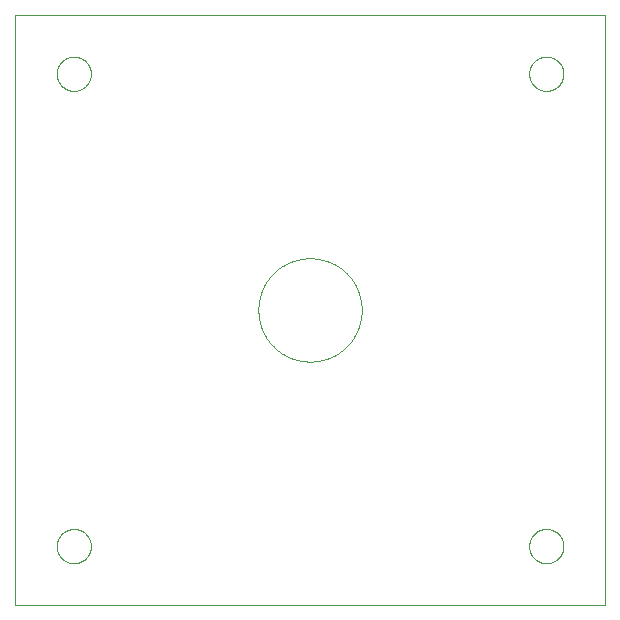
<source format=gtl>
G75*
%MOIN*%
%OFA0B0*%
%FSLAX25Y25*%
%IPPOS*%
%LPD*%
%AMOC8*
5,1,8,0,0,1.08239X$1,22.5*
%
%ADD10C,0.00004*%
%ADD11C,0.00000*%
D10*
X0001002Y0001002D02*
X0197852Y0001002D01*
X0197852Y0197852D01*
X0001002Y0197852D01*
X0001002Y0001002D01*
D11*
X0014978Y0020687D02*
X0014980Y0020838D01*
X0014986Y0020988D01*
X0014996Y0021139D01*
X0015010Y0021289D01*
X0015028Y0021438D01*
X0015049Y0021588D01*
X0015075Y0021736D01*
X0015105Y0021884D01*
X0015138Y0022031D01*
X0015176Y0022177D01*
X0015217Y0022322D01*
X0015262Y0022466D01*
X0015311Y0022608D01*
X0015364Y0022749D01*
X0015420Y0022889D01*
X0015480Y0023027D01*
X0015543Y0023164D01*
X0015611Y0023299D01*
X0015681Y0023432D01*
X0015755Y0023563D01*
X0015833Y0023692D01*
X0015914Y0023819D01*
X0015998Y0023944D01*
X0016086Y0024067D01*
X0016177Y0024187D01*
X0016271Y0024305D01*
X0016368Y0024420D01*
X0016468Y0024533D01*
X0016571Y0024643D01*
X0016677Y0024750D01*
X0016786Y0024855D01*
X0016897Y0024956D01*
X0017011Y0025055D01*
X0017127Y0025150D01*
X0017247Y0025243D01*
X0017368Y0025332D01*
X0017492Y0025418D01*
X0017618Y0025501D01*
X0017746Y0025580D01*
X0017876Y0025656D01*
X0018008Y0025729D01*
X0018142Y0025797D01*
X0018278Y0025863D01*
X0018416Y0025925D01*
X0018555Y0025983D01*
X0018695Y0026037D01*
X0018837Y0026088D01*
X0018980Y0026135D01*
X0019125Y0026178D01*
X0019270Y0026217D01*
X0019417Y0026253D01*
X0019564Y0026284D01*
X0019712Y0026312D01*
X0019861Y0026336D01*
X0020010Y0026356D01*
X0020160Y0026372D01*
X0020310Y0026384D01*
X0020461Y0026392D01*
X0020612Y0026396D01*
X0020762Y0026396D01*
X0020913Y0026392D01*
X0021064Y0026384D01*
X0021214Y0026372D01*
X0021364Y0026356D01*
X0021513Y0026336D01*
X0021662Y0026312D01*
X0021810Y0026284D01*
X0021957Y0026253D01*
X0022104Y0026217D01*
X0022249Y0026178D01*
X0022394Y0026135D01*
X0022537Y0026088D01*
X0022679Y0026037D01*
X0022819Y0025983D01*
X0022958Y0025925D01*
X0023096Y0025863D01*
X0023232Y0025797D01*
X0023366Y0025729D01*
X0023498Y0025656D01*
X0023628Y0025580D01*
X0023756Y0025501D01*
X0023882Y0025418D01*
X0024006Y0025332D01*
X0024127Y0025243D01*
X0024247Y0025150D01*
X0024363Y0025055D01*
X0024477Y0024956D01*
X0024588Y0024855D01*
X0024697Y0024750D01*
X0024803Y0024643D01*
X0024906Y0024533D01*
X0025006Y0024420D01*
X0025103Y0024305D01*
X0025197Y0024187D01*
X0025288Y0024067D01*
X0025376Y0023944D01*
X0025460Y0023819D01*
X0025541Y0023692D01*
X0025619Y0023563D01*
X0025693Y0023432D01*
X0025763Y0023299D01*
X0025831Y0023164D01*
X0025894Y0023027D01*
X0025954Y0022889D01*
X0026010Y0022749D01*
X0026063Y0022608D01*
X0026112Y0022466D01*
X0026157Y0022322D01*
X0026198Y0022177D01*
X0026236Y0022031D01*
X0026269Y0021884D01*
X0026299Y0021736D01*
X0026325Y0021588D01*
X0026346Y0021438D01*
X0026364Y0021289D01*
X0026378Y0021139D01*
X0026388Y0020988D01*
X0026394Y0020838D01*
X0026396Y0020687D01*
X0026394Y0020536D01*
X0026388Y0020386D01*
X0026378Y0020235D01*
X0026364Y0020085D01*
X0026346Y0019936D01*
X0026325Y0019786D01*
X0026299Y0019638D01*
X0026269Y0019490D01*
X0026236Y0019343D01*
X0026198Y0019197D01*
X0026157Y0019052D01*
X0026112Y0018908D01*
X0026063Y0018766D01*
X0026010Y0018625D01*
X0025954Y0018485D01*
X0025894Y0018347D01*
X0025831Y0018210D01*
X0025763Y0018075D01*
X0025693Y0017942D01*
X0025619Y0017811D01*
X0025541Y0017682D01*
X0025460Y0017555D01*
X0025376Y0017430D01*
X0025288Y0017307D01*
X0025197Y0017187D01*
X0025103Y0017069D01*
X0025006Y0016954D01*
X0024906Y0016841D01*
X0024803Y0016731D01*
X0024697Y0016624D01*
X0024588Y0016519D01*
X0024477Y0016418D01*
X0024363Y0016319D01*
X0024247Y0016224D01*
X0024127Y0016131D01*
X0024006Y0016042D01*
X0023882Y0015956D01*
X0023756Y0015873D01*
X0023628Y0015794D01*
X0023498Y0015718D01*
X0023366Y0015645D01*
X0023232Y0015577D01*
X0023096Y0015511D01*
X0022958Y0015449D01*
X0022819Y0015391D01*
X0022679Y0015337D01*
X0022537Y0015286D01*
X0022394Y0015239D01*
X0022249Y0015196D01*
X0022104Y0015157D01*
X0021957Y0015121D01*
X0021810Y0015090D01*
X0021662Y0015062D01*
X0021513Y0015038D01*
X0021364Y0015018D01*
X0021214Y0015002D01*
X0021064Y0014990D01*
X0020913Y0014982D01*
X0020762Y0014978D01*
X0020612Y0014978D01*
X0020461Y0014982D01*
X0020310Y0014990D01*
X0020160Y0015002D01*
X0020010Y0015018D01*
X0019861Y0015038D01*
X0019712Y0015062D01*
X0019564Y0015090D01*
X0019417Y0015121D01*
X0019270Y0015157D01*
X0019125Y0015196D01*
X0018980Y0015239D01*
X0018837Y0015286D01*
X0018695Y0015337D01*
X0018555Y0015391D01*
X0018416Y0015449D01*
X0018278Y0015511D01*
X0018142Y0015577D01*
X0018008Y0015645D01*
X0017876Y0015718D01*
X0017746Y0015794D01*
X0017618Y0015873D01*
X0017492Y0015956D01*
X0017368Y0016042D01*
X0017247Y0016131D01*
X0017127Y0016224D01*
X0017011Y0016319D01*
X0016897Y0016418D01*
X0016786Y0016519D01*
X0016677Y0016624D01*
X0016571Y0016731D01*
X0016468Y0016841D01*
X0016368Y0016954D01*
X0016271Y0017069D01*
X0016177Y0017187D01*
X0016086Y0017307D01*
X0015998Y0017430D01*
X0015914Y0017555D01*
X0015833Y0017682D01*
X0015755Y0017811D01*
X0015681Y0017942D01*
X0015611Y0018075D01*
X0015543Y0018210D01*
X0015480Y0018347D01*
X0015420Y0018485D01*
X0015364Y0018625D01*
X0015311Y0018766D01*
X0015262Y0018908D01*
X0015217Y0019052D01*
X0015176Y0019197D01*
X0015138Y0019343D01*
X0015105Y0019490D01*
X0015075Y0019638D01*
X0015049Y0019786D01*
X0015028Y0019936D01*
X0015010Y0020085D01*
X0014996Y0020235D01*
X0014986Y0020386D01*
X0014980Y0020536D01*
X0014978Y0020687D01*
X0082203Y0099427D02*
X0082208Y0099850D01*
X0082224Y0100272D01*
X0082250Y0100694D01*
X0082286Y0101115D01*
X0082333Y0101535D01*
X0082389Y0101954D01*
X0082457Y0102372D01*
X0082534Y0102787D01*
X0082622Y0103201D01*
X0082719Y0103612D01*
X0082827Y0104021D01*
X0082945Y0104427D01*
X0083072Y0104830D01*
X0083210Y0105230D01*
X0083357Y0105626D01*
X0083514Y0106018D01*
X0083681Y0106407D01*
X0083857Y0106791D01*
X0084042Y0107171D01*
X0084237Y0107546D01*
X0084441Y0107917D01*
X0084653Y0108282D01*
X0084875Y0108642D01*
X0085106Y0108996D01*
X0085345Y0109345D01*
X0085593Y0109687D01*
X0085849Y0110024D01*
X0086113Y0110354D01*
X0086385Y0110677D01*
X0086665Y0110994D01*
X0086953Y0111304D01*
X0087248Y0111606D01*
X0087550Y0111901D01*
X0087860Y0112189D01*
X0088177Y0112469D01*
X0088500Y0112741D01*
X0088830Y0113005D01*
X0089167Y0113261D01*
X0089509Y0113509D01*
X0089858Y0113748D01*
X0090212Y0113979D01*
X0090572Y0114201D01*
X0090937Y0114413D01*
X0091308Y0114617D01*
X0091683Y0114812D01*
X0092063Y0114997D01*
X0092447Y0115173D01*
X0092836Y0115340D01*
X0093228Y0115497D01*
X0093624Y0115644D01*
X0094024Y0115782D01*
X0094427Y0115909D01*
X0094833Y0116027D01*
X0095242Y0116135D01*
X0095653Y0116232D01*
X0096067Y0116320D01*
X0096482Y0116397D01*
X0096900Y0116465D01*
X0097319Y0116521D01*
X0097739Y0116568D01*
X0098160Y0116604D01*
X0098582Y0116630D01*
X0099004Y0116646D01*
X0099427Y0116651D01*
X0099850Y0116646D01*
X0100272Y0116630D01*
X0100694Y0116604D01*
X0101115Y0116568D01*
X0101535Y0116521D01*
X0101954Y0116465D01*
X0102372Y0116397D01*
X0102787Y0116320D01*
X0103201Y0116232D01*
X0103612Y0116135D01*
X0104021Y0116027D01*
X0104427Y0115909D01*
X0104830Y0115782D01*
X0105230Y0115644D01*
X0105626Y0115497D01*
X0106018Y0115340D01*
X0106407Y0115173D01*
X0106791Y0114997D01*
X0107171Y0114812D01*
X0107546Y0114617D01*
X0107917Y0114413D01*
X0108282Y0114201D01*
X0108642Y0113979D01*
X0108996Y0113748D01*
X0109345Y0113509D01*
X0109687Y0113261D01*
X0110024Y0113005D01*
X0110354Y0112741D01*
X0110677Y0112469D01*
X0110994Y0112189D01*
X0111304Y0111901D01*
X0111606Y0111606D01*
X0111901Y0111304D01*
X0112189Y0110994D01*
X0112469Y0110677D01*
X0112741Y0110354D01*
X0113005Y0110024D01*
X0113261Y0109687D01*
X0113509Y0109345D01*
X0113748Y0108996D01*
X0113979Y0108642D01*
X0114201Y0108282D01*
X0114413Y0107917D01*
X0114617Y0107546D01*
X0114812Y0107171D01*
X0114997Y0106791D01*
X0115173Y0106407D01*
X0115340Y0106018D01*
X0115497Y0105626D01*
X0115644Y0105230D01*
X0115782Y0104830D01*
X0115909Y0104427D01*
X0116027Y0104021D01*
X0116135Y0103612D01*
X0116232Y0103201D01*
X0116320Y0102787D01*
X0116397Y0102372D01*
X0116465Y0101954D01*
X0116521Y0101535D01*
X0116568Y0101115D01*
X0116604Y0100694D01*
X0116630Y0100272D01*
X0116646Y0099850D01*
X0116651Y0099427D01*
X0116646Y0099004D01*
X0116630Y0098582D01*
X0116604Y0098160D01*
X0116568Y0097739D01*
X0116521Y0097319D01*
X0116465Y0096900D01*
X0116397Y0096482D01*
X0116320Y0096067D01*
X0116232Y0095653D01*
X0116135Y0095242D01*
X0116027Y0094833D01*
X0115909Y0094427D01*
X0115782Y0094024D01*
X0115644Y0093624D01*
X0115497Y0093228D01*
X0115340Y0092836D01*
X0115173Y0092447D01*
X0114997Y0092063D01*
X0114812Y0091683D01*
X0114617Y0091308D01*
X0114413Y0090937D01*
X0114201Y0090572D01*
X0113979Y0090212D01*
X0113748Y0089858D01*
X0113509Y0089509D01*
X0113261Y0089167D01*
X0113005Y0088830D01*
X0112741Y0088500D01*
X0112469Y0088177D01*
X0112189Y0087860D01*
X0111901Y0087550D01*
X0111606Y0087248D01*
X0111304Y0086953D01*
X0110994Y0086665D01*
X0110677Y0086385D01*
X0110354Y0086113D01*
X0110024Y0085849D01*
X0109687Y0085593D01*
X0109345Y0085345D01*
X0108996Y0085106D01*
X0108642Y0084875D01*
X0108282Y0084653D01*
X0107917Y0084441D01*
X0107546Y0084237D01*
X0107171Y0084042D01*
X0106791Y0083857D01*
X0106407Y0083681D01*
X0106018Y0083514D01*
X0105626Y0083357D01*
X0105230Y0083210D01*
X0104830Y0083072D01*
X0104427Y0082945D01*
X0104021Y0082827D01*
X0103612Y0082719D01*
X0103201Y0082622D01*
X0102787Y0082534D01*
X0102372Y0082457D01*
X0101954Y0082389D01*
X0101535Y0082333D01*
X0101115Y0082286D01*
X0100694Y0082250D01*
X0100272Y0082224D01*
X0099850Y0082208D01*
X0099427Y0082203D01*
X0099004Y0082208D01*
X0098582Y0082224D01*
X0098160Y0082250D01*
X0097739Y0082286D01*
X0097319Y0082333D01*
X0096900Y0082389D01*
X0096482Y0082457D01*
X0096067Y0082534D01*
X0095653Y0082622D01*
X0095242Y0082719D01*
X0094833Y0082827D01*
X0094427Y0082945D01*
X0094024Y0083072D01*
X0093624Y0083210D01*
X0093228Y0083357D01*
X0092836Y0083514D01*
X0092447Y0083681D01*
X0092063Y0083857D01*
X0091683Y0084042D01*
X0091308Y0084237D01*
X0090937Y0084441D01*
X0090572Y0084653D01*
X0090212Y0084875D01*
X0089858Y0085106D01*
X0089509Y0085345D01*
X0089167Y0085593D01*
X0088830Y0085849D01*
X0088500Y0086113D01*
X0088177Y0086385D01*
X0087860Y0086665D01*
X0087550Y0086953D01*
X0087248Y0087248D01*
X0086953Y0087550D01*
X0086665Y0087860D01*
X0086385Y0088177D01*
X0086113Y0088500D01*
X0085849Y0088830D01*
X0085593Y0089167D01*
X0085345Y0089509D01*
X0085106Y0089858D01*
X0084875Y0090212D01*
X0084653Y0090572D01*
X0084441Y0090937D01*
X0084237Y0091308D01*
X0084042Y0091683D01*
X0083857Y0092063D01*
X0083681Y0092447D01*
X0083514Y0092836D01*
X0083357Y0093228D01*
X0083210Y0093624D01*
X0083072Y0094024D01*
X0082945Y0094427D01*
X0082827Y0094833D01*
X0082719Y0095242D01*
X0082622Y0095653D01*
X0082534Y0096067D01*
X0082457Y0096482D01*
X0082389Y0096900D01*
X0082333Y0097319D01*
X0082286Y0097739D01*
X0082250Y0098160D01*
X0082224Y0098582D01*
X0082208Y0099004D01*
X0082203Y0099427D01*
X0014978Y0178167D02*
X0014980Y0178318D01*
X0014986Y0178468D01*
X0014996Y0178619D01*
X0015010Y0178769D01*
X0015028Y0178918D01*
X0015049Y0179068D01*
X0015075Y0179216D01*
X0015105Y0179364D01*
X0015138Y0179511D01*
X0015176Y0179657D01*
X0015217Y0179802D01*
X0015262Y0179946D01*
X0015311Y0180088D01*
X0015364Y0180229D01*
X0015420Y0180369D01*
X0015480Y0180507D01*
X0015543Y0180644D01*
X0015611Y0180779D01*
X0015681Y0180912D01*
X0015755Y0181043D01*
X0015833Y0181172D01*
X0015914Y0181299D01*
X0015998Y0181424D01*
X0016086Y0181547D01*
X0016177Y0181667D01*
X0016271Y0181785D01*
X0016368Y0181900D01*
X0016468Y0182013D01*
X0016571Y0182123D01*
X0016677Y0182230D01*
X0016786Y0182335D01*
X0016897Y0182436D01*
X0017011Y0182535D01*
X0017127Y0182630D01*
X0017247Y0182723D01*
X0017368Y0182812D01*
X0017492Y0182898D01*
X0017618Y0182981D01*
X0017746Y0183060D01*
X0017876Y0183136D01*
X0018008Y0183209D01*
X0018142Y0183277D01*
X0018278Y0183343D01*
X0018416Y0183405D01*
X0018555Y0183463D01*
X0018695Y0183517D01*
X0018837Y0183568D01*
X0018980Y0183615D01*
X0019125Y0183658D01*
X0019270Y0183697D01*
X0019417Y0183733D01*
X0019564Y0183764D01*
X0019712Y0183792D01*
X0019861Y0183816D01*
X0020010Y0183836D01*
X0020160Y0183852D01*
X0020310Y0183864D01*
X0020461Y0183872D01*
X0020612Y0183876D01*
X0020762Y0183876D01*
X0020913Y0183872D01*
X0021064Y0183864D01*
X0021214Y0183852D01*
X0021364Y0183836D01*
X0021513Y0183816D01*
X0021662Y0183792D01*
X0021810Y0183764D01*
X0021957Y0183733D01*
X0022104Y0183697D01*
X0022249Y0183658D01*
X0022394Y0183615D01*
X0022537Y0183568D01*
X0022679Y0183517D01*
X0022819Y0183463D01*
X0022958Y0183405D01*
X0023096Y0183343D01*
X0023232Y0183277D01*
X0023366Y0183209D01*
X0023498Y0183136D01*
X0023628Y0183060D01*
X0023756Y0182981D01*
X0023882Y0182898D01*
X0024006Y0182812D01*
X0024127Y0182723D01*
X0024247Y0182630D01*
X0024363Y0182535D01*
X0024477Y0182436D01*
X0024588Y0182335D01*
X0024697Y0182230D01*
X0024803Y0182123D01*
X0024906Y0182013D01*
X0025006Y0181900D01*
X0025103Y0181785D01*
X0025197Y0181667D01*
X0025288Y0181547D01*
X0025376Y0181424D01*
X0025460Y0181299D01*
X0025541Y0181172D01*
X0025619Y0181043D01*
X0025693Y0180912D01*
X0025763Y0180779D01*
X0025831Y0180644D01*
X0025894Y0180507D01*
X0025954Y0180369D01*
X0026010Y0180229D01*
X0026063Y0180088D01*
X0026112Y0179946D01*
X0026157Y0179802D01*
X0026198Y0179657D01*
X0026236Y0179511D01*
X0026269Y0179364D01*
X0026299Y0179216D01*
X0026325Y0179068D01*
X0026346Y0178918D01*
X0026364Y0178769D01*
X0026378Y0178619D01*
X0026388Y0178468D01*
X0026394Y0178318D01*
X0026396Y0178167D01*
X0026394Y0178016D01*
X0026388Y0177866D01*
X0026378Y0177715D01*
X0026364Y0177565D01*
X0026346Y0177416D01*
X0026325Y0177266D01*
X0026299Y0177118D01*
X0026269Y0176970D01*
X0026236Y0176823D01*
X0026198Y0176677D01*
X0026157Y0176532D01*
X0026112Y0176388D01*
X0026063Y0176246D01*
X0026010Y0176105D01*
X0025954Y0175965D01*
X0025894Y0175827D01*
X0025831Y0175690D01*
X0025763Y0175555D01*
X0025693Y0175422D01*
X0025619Y0175291D01*
X0025541Y0175162D01*
X0025460Y0175035D01*
X0025376Y0174910D01*
X0025288Y0174787D01*
X0025197Y0174667D01*
X0025103Y0174549D01*
X0025006Y0174434D01*
X0024906Y0174321D01*
X0024803Y0174211D01*
X0024697Y0174104D01*
X0024588Y0173999D01*
X0024477Y0173898D01*
X0024363Y0173799D01*
X0024247Y0173704D01*
X0024127Y0173611D01*
X0024006Y0173522D01*
X0023882Y0173436D01*
X0023756Y0173353D01*
X0023628Y0173274D01*
X0023498Y0173198D01*
X0023366Y0173125D01*
X0023232Y0173057D01*
X0023096Y0172991D01*
X0022958Y0172929D01*
X0022819Y0172871D01*
X0022679Y0172817D01*
X0022537Y0172766D01*
X0022394Y0172719D01*
X0022249Y0172676D01*
X0022104Y0172637D01*
X0021957Y0172601D01*
X0021810Y0172570D01*
X0021662Y0172542D01*
X0021513Y0172518D01*
X0021364Y0172498D01*
X0021214Y0172482D01*
X0021064Y0172470D01*
X0020913Y0172462D01*
X0020762Y0172458D01*
X0020612Y0172458D01*
X0020461Y0172462D01*
X0020310Y0172470D01*
X0020160Y0172482D01*
X0020010Y0172498D01*
X0019861Y0172518D01*
X0019712Y0172542D01*
X0019564Y0172570D01*
X0019417Y0172601D01*
X0019270Y0172637D01*
X0019125Y0172676D01*
X0018980Y0172719D01*
X0018837Y0172766D01*
X0018695Y0172817D01*
X0018555Y0172871D01*
X0018416Y0172929D01*
X0018278Y0172991D01*
X0018142Y0173057D01*
X0018008Y0173125D01*
X0017876Y0173198D01*
X0017746Y0173274D01*
X0017618Y0173353D01*
X0017492Y0173436D01*
X0017368Y0173522D01*
X0017247Y0173611D01*
X0017127Y0173704D01*
X0017011Y0173799D01*
X0016897Y0173898D01*
X0016786Y0173999D01*
X0016677Y0174104D01*
X0016571Y0174211D01*
X0016468Y0174321D01*
X0016368Y0174434D01*
X0016271Y0174549D01*
X0016177Y0174667D01*
X0016086Y0174787D01*
X0015998Y0174910D01*
X0015914Y0175035D01*
X0015833Y0175162D01*
X0015755Y0175291D01*
X0015681Y0175422D01*
X0015611Y0175555D01*
X0015543Y0175690D01*
X0015480Y0175827D01*
X0015420Y0175965D01*
X0015364Y0176105D01*
X0015311Y0176246D01*
X0015262Y0176388D01*
X0015217Y0176532D01*
X0015176Y0176677D01*
X0015138Y0176823D01*
X0015105Y0176970D01*
X0015075Y0177118D01*
X0015049Y0177266D01*
X0015028Y0177416D01*
X0015010Y0177565D01*
X0014996Y0177715D01*
X0014986Y0177866D01*
X0014980Y0178016D01*
X0014978Y0178167D01*
X0172458Y0178167D02*
X0172460Y0178318D01*
X0172466Y0178468D01*
X0172476Y0178619D01*
X0172490Y0178769D01*
X0172508Y0178918D01*
X0172529Y0179068D01*
X0172555Y0179216D01*
X0172585Y0179364D01*
X0172618Y0179511D01*
X0172656Y0179657D01*
X0172697Y0179802D01*
X0172742Y0179946D01*
X0172791Y0180088D01*
X0172844Y0180229D01*
X0172900Y0180369D01*
X0172960Y0180507D01*
X0173023Y0180644D01*
X0173091Y0180779D01*
X0173161Y0180912D01*
X0173235Y0181043D01*
X0173313Y0181172D01*
X0173394Y0181299D01*
X0173478Y0181424D01*
X0173566Y0181547D01*
X0173657Y0181667D01*
X0173751Y0181785D01*
X0173848Y0181900D01*
X0173948Y0182013D01*
X0174051Y0182123D01*
X0174157Y0182230D01*
X0174266Y0182335D01*
X0174377Y0182436D01*
X0174491Y0182535D01*
X0174607Y0182630D01*
X0174727Y0182723D01*
X0174848Y0182812D01*
X0174972Y0182898D01*
X0175098Y0182981D01*
X0175226Y0183060D01*
X0175356Y0183136D01*
X0175488Y0183209D01*
X0175622Y0183277D01*
X0175758Y0183343D01*
X0175896Y0183405D01*
X0176035Y0183463D01*
X0176175Y0183517D01*
X0176317Y0183568D01*
X0176460Y0183615D01*
X0176605Y0183658D01*
X0176750Y0183697D01*
X0176897Y0183733D01*
X0177044Y0183764D01*
X0177192Y0183792D01*
X0177341Y0183816D01*
X0177490Y0183836D01*
X0177640Y0183852D01*
X0177790Y0183864D01*
X0177941Y0183872D01*
X0178092Y0183876D01*
X0178242Y0183876D01*
X0178393Y0183872D01*
X0178544Y0183864D01*
X0178694Y0183852D01*
X0178844Y0183836D01*
X0178993Y0183816D01*
X0179142Y0183792D01*
X0179290Y0183764D01*
X0179437Y0183733D01*
X0179584Y0183697D01*
X0179729Y0183658D01*
X0179874Y0183615D01*
X0180017Y0183568D01*
X0180159Y0183517D01*
X0180299Y0183463D01*
X0180438Y0183405D01*
X0180576Y0183343D01*
X0180712Y0183277D01*
X0180846Y0183209D01*
X0180978Y0183136D01*
X0181108Y0183060D01*
X0181236Y0182981D01*
X0181362Y0182898D01*
X0181486Y0182812D01*
X0181607Y0182723D01*
X0181727Y0182630D01*
X0181843Y0182535D01*
X0181957Y0182436D01*
X0182068Y0182335D01*
X0182177Y0182230D01*
X0182283Y0182123D01*
X0182386Y0182013D01*
X0182486Y0181900D01*
X0182583Y0181785D01*
X0182677Y0181667D01*
X0182768Y0181547D01*
X0182856Y0181424D01*
X0182940Y0181299D01*
X0183021Y0181172D01*
X0183099Y0181043D01*
X0183173Y0180912D01*
X0183243Y0180779D01*
X0183311Y0180644D01*
X0183374Y0180507D01*
X0183434Y0180369D01*
X0183490Y0180229D01*
X0183543Y0180088D01*
X0183592Y0179946D01*
X0183637Y0179802D01*
X0183678Y0179657D01*
X0183716Y0179511D01*
X0183749Y0179364D01*
X0183779Y0179216D01*
X0183805Y0179068D01*
X0183826Y0178918D01*
X0183844Y0178769D01*
X0183858Y0178619D01*
X0183868Y0178468D01*
X0183874Y0178318D01*
X0183876Y0178167D01*
X0183874Y0178016D01*
X0183868Y0177866D01*
X0183858Y0177715D01*
X0183844Y0177565D01*
X0183826Y0177416D01*
X0183805Y0177266D01*
X0183779Y0177118D01*
X0183749Y0176970D01*
X0183716Y0176823D01*
X0183678Y0176677D01*
X0183637Y0176532D01*
X0183592Y0176388D01*
X0183543Y0176246D01*
X0183490Y0176105D01*
X0183434Y0175965D01*
X0183374Y0175827D01*
X0183311Y0175690D01*
X0183243Y0175555D01*
X0183173Y0175422D01*
X0183099Y0175291D01*
X0183021Y0175162D01*
X0182940Y0175035D01*
X0182856Y0174910D01*
X0182768Y0174787D01*
X0182677Y0174667D01*
X0182583Y0174549D01*
X0182486Y0174434D01*
X0182386Y0174321D01*
X0182283Y0174211D01*
X0182177Y0174104D01*
X0182068Y0173999D01*
X0181957Y0173898D01*
X0181843Y0173799D01*
X0181727Y0173704D01*
X0181607Y0173611D01*
X0181486Y0173522D01*
X0181362Y0173436D01*
X0181236Y0173353D01*
X0181108Y0173274D01*
X0180978Y0173198D01*
X0180846Y0173125D01*
X0180712Y0173057D01*
X0180576Y0172991D01*
X0180438Y0172929D01*
X0180299Y0172871D01*
X0180159Y0172817D01*
X0180017Y0172766D01*
X0179874Y0172719D01*
X0179729Y0172676D01*
X0179584Y0172637D01*
X0179437Y0172601D01*
X0179290Y0172570D01*
X0179142Y0172542D01*
X0178993Y0172518D01*
X0178844Y0172498D01*
X0178694Y0172482D01*
X0178544Y0172470D01*
X0178393Y0172462D01*
X0178242Y0172458D01*
X0178092Y0172458D01*
X0177941Y0172462D01*
X0177790Y0172470D01*
X0177640Y0172482D01*
X0177490Y0172498D01*
X0177341Y0172518D01*
X0177192Y0172542D01*
X0177044Y0172570D01*
X0176897Y0172601D01*
X0176750Y0172637D01*
X0176605Y0172676D01*
X0176460Y0172719D01*
X0176317Y0172766D01*
X0176175Y0172817D01*
X0176035Y0172871D01*
X0175896Y0172929D01*
X0175758Y0172991D01*
X0175622Y0173057D01*
X0175488Y0173125D01*
X0175356Y0173198D01*
X0175226Y0173274D01*
X0175098Y0173353D01*
X0174972Y0173436D01*
X0174848Y0173522D01*
X0174727Y0173611D01*
X0174607Y0173704D01*
X0174491Y0173799D01*
X0174377Y0173898D01*
X0174266Y0173999D01*
X0174157Y0174104D01*
X0174051Y0174211D01*
X0173948Y0174321D01*
X0173848Y0174434D01*
X0173751Y0174549D01*
X0173657Y0174667D01*
X0173566Y0174787D01*
X0173478Y0174910D01*
X0173394Y0175035D01*
X0173313Y0175162D01*
X0173235Y0175291D01*
X0173161Y0175422D01*
X0173091Y0175555D01*
X0173023Y0175690D01*
X0172960Y0175827D01*
X0172900Y0175965D01*
X0172844Y0176105D01*
X0172791Y0176246D01*
X0172742Y0176388D01*
X0172697Y0176532D01*
X0172656Y0176677D01*
X0172618Y0176823D01*
X0172585Y0176970D01*
X0172555Y0177118D01*
X0172529Y0177266D01*
X0172508Y0177416D01*
X0172490Y0177565D01*
X0172476Y0177715D01*
X0172466Y0177866D01*
X0172460Y0178016D01*
X0172458Y0178167D01*
X0172458Y0020687D02*
X0172460Y0020838D01*
X0172466Y0020988D01*
X0172476Y0021139D01*
X0172490Y0021289D01*
X0172508Y0021438D01*
X0172529Y0021588D01*
X0172555Y0021736D01*
X0172585Y0021884D01*
X0172618Y0022031D01*
X0172656Y0022177D01*
X0172697Y0022322D01*
X0172742Y0022466D01*
X0172791Y0022608D01*
X0172844Y0022749D01*
X0172900Y0022889D01*
X0172960Y0023027D01*
X0173023Y0023164D01*
X0173091Y0023299D01*
X0173161Y0023432D01*
X0173235Y0023563D01*
X0173313Y0023692D01*
X0173394Y0023819D01*
X0173478Y0023944D01*
X0173566Y0024067D01*
X0173657Y0024187D01*
X0173751Y0024305D01*
X0173848Y0024420D01*
X0173948Y0024533D01*
X0174051Y0024643D01*
X0174157Y0024750D01*
X0174266Y0024855D01*
X0174377Y0024956D01*
X0174491Y0025055D01*
X0174607Y0025150D01*
X0174727Y0025243D01*
X0174848Y0025332D01*
X0174972Y0025418D01*
X0175098Y0025501D01*
X0175226Y0025580D01*
X0175356Y0025656D01*
X0175488Y0025729D01*
X0175622Y0025797D01*
X0175758Y0025863D01*
X0175896Y0025925D01*
X0176035Y0025983D01*
X0176175Y0026037D01*
X0176317Y0026088D01*
X0176460Y0026135D01*
X0176605Y0026178D01*
X0176750Y0026217D01*
X0176897Y0026253D01*
X0177044Y0026284D01*
X0177192Y0026312D01*
X0177341Y0026336D01*
X0177490Y0026356D01*
X0177640Y0026372D01*
X0177790Y0026384D01*
X0177941Y0026392D01*
X0178092Y0026396D01*
X0178242Y0026396D01*
X0178393Y0026392D01*
X0178544Y0026384D01*
X0178694Y0026372D01*
X0178844Y0026356D01*
X0178993Y0026336D01*
X0179142Y0026312D01*
X0179290Y0026284D01*
X0179437Y0026253D01*
X0179584Y0026217D01*
X0179729Y0026178D01*
X0179874Y0026135D01*
X0180017Y0026088D01*
X0180159Y0026037D01*
X0180299Y0025983D01*
X0180438Y0025925D01*
X0180576Y0025863D01*
X0180712Y0025797D01*
X0180846Y0025729D01*
X0180978Y0025656D01*
X0181108Y0025580D01*
X0181236Y0025501D01*
X0181362Y0025418D01*
X0181486Y0025332D01*
X0181607Y0025243D01*
X0181727Y0025150D01*
X0181843Y0025055D01*
X0181957Y0024956D01*
X0182068Y0024855D01*
X0182177Y0024750D01*
X0182283Y0024643D01*
X0182386Y0024533D01*
X0182486Y0024420D01*
X0182583Y0024305D01*
X0182677Y0024187D01*
X0182768Y0024067D01*
X0182856Y0023944D01*
X0182940Y0023819D01*
X0183021Y0023692D01*
X0183099Y0023563D01*
X0183173Y0023432D01*
X0183243Y0023299D01*
X0183311Y0023164D01*
X0183374Y0023027D01*
X0183434Y0022889D01*
X0183490Y0022749D01*
X0183543Y0022608D01*
X0183592Y0022466D01*
X0183637Y0022322D01*
X0183678Y0022177D01*
X0183716Y0022031D01*
X0183749Y0021884D01*
X0183779Y0021736D01*
X0183805Y0021588D01*
X0183826Y0021438D01*
X0183844Y0021289D01*
X0183858Y0021139D01*
X0183868Y0020988D01*
X0183874Y0020838D01*
X0183876Y0020687D01*
X0183874Y0020536D01*
X0183868Y0020386D01*
X0183858Y0020235D01*
X0183844Y0020085D01*
X0183826Y0019936D01*
X0183805Y0019786D01*
X0183779Y0019638D01*
X0183749Y0019490D01*
X0183716Y0019343D01*
X0183678Y0019197D01*
X0183637Y0019052D01*
X0183592Y0018908D01*
X0183543Y0018766D01*
X0183490Y0018625D01*
X0183434Y0018485D01*
X0183374Y0018347D01*
X0183311Y0018210D01*
X0183243Y0018075D01*
X0183173Y0017942D01*
X0183099Y0017811D01*
X0183021Y0017682D01*
X0182940Y0017555D01*
X0182856Y0017430D01*
X0182768Y0017307D01*
X0182677Y0017187D01*
X0182583Y0017069D01*
X0182486Y0016954D01*
X0182386Y0016841D01*
X0182283Y0016731D01*
X0182177Y0016624D01*
X0182068Y0016519D01*
X0181957Y0016418D01*
X0181843Y0016319D01*
X0181727Y0016224D01*
X0181607Y0016131D01*
X0181486Y0016042D01*
X0181362Y0015956D01*
X0181236Y0015873D01*
X0181108Y0015794D01*
X0180978Y0015718D01*
X0180846Y0015645D01*
X0180712Y0015577D01*
X0180576Y0015511D01*
X0180438Y0015449D01*
X0180299Y0015391D01*
X0180159Y0015337D01*
X0180017Y0015286D01*
X0179874Y0015239D01*
X0179729Y0015196D01*
X0179584Y0015157D01*
X0179437Y0015121D01*
X0179290Y0015090D01*
X0179142Y0015062D01*
X0178993Y0015038D01*
X0178844Y0015018D01*
X0178694Y0015002D01*
X0178544Y0014990D01*
X0178393Y0014982D01*
X0178242Y0014978D01*
X0178092Y0014978D01*
X0177941Y0014982D01*
X0177790Y0014990D01*
X0177640Y0015002D01*
X0177490Y0015018D01*
X0177341Y0015038D01*
X0177192Y0015062D01*
X0177044Y0015090D01*
X0176897Y0015121D01*
X0176750Y0015157D01*
X0176605Y0015196D01*
X0176460Y0015239D01*
X0176317Y0015286D01*
X0176175Y0015337D01*
X0176035Y0015391D01*
X0175896Y0015449D01*
X0175758Y0015511D01*
X0175622Y0015577D01*
X0175488Y0015645D01*
X0175356Y0015718D01*
X0175226Y0015794D01*
X0175098Y0015873D01*
X0174972Y0015956D01*
X0174848Y0016042D01*
X0174727Y0016131D01*
X0174607Y0016224D01*
X0174491Y0016319D01*
X0174377Y0016418D01*
X0174266Y0016519D01*
X0174157Y0016624D01*
X0174051Y0016731D01*
X0173948Y0016841D01*
X0173848Y0016954D01*
X0173751Y0017069D01*
X0173657Y0017187D01*
X0173566Y0017307D01*
X0173478Y0017430D01*
X0173394Y0017555D01*
X0173313Y0017682D01*
X0173235Y0017811D01*
X0173161Y0017942D01*
X0173091Y0018075D01*
X0173023Y0018210D01*
X0172960Y0018347D01*
X0172900Y0018485D01*
X0172844Y0018625D01*
X0172791Y0018766D01*
X0172742Y0018908D01*
X0172697Y0019052D01*
X0172656Y0019197D01*
X0172618Y0019343D01*
X0172585Y0019490D01*
X0172555Y0019638D01*
X0172529Y0019786D01*
X0172508Y0019936D01*
X0172490Y0020085D01*
X0172476Y0020235D01*
X0172466Y0020386D01*
X0172460Y0020536D01*
X0172458Y0020687D01*
M02*

</source>
